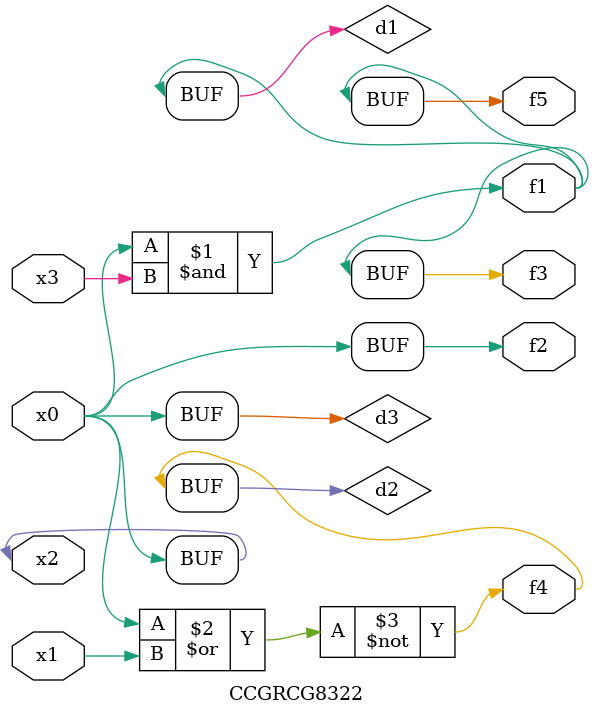
<source format=v>
module CCGRCG8322(
	input x0, x1, x2, x3,
	output f1, f2, f3, f4, f5
);

	wire d1, d2, d3;

	and (d1, x2, x3);
	nor (d2, x0, x1);
	buf (d3, x0, x2);
	assign f1 = d1;
	assign f2 = d3;
	assign f3 = d1;
	assign f4 = d2;
	assign f5 = d1;
endmodule

</source>
